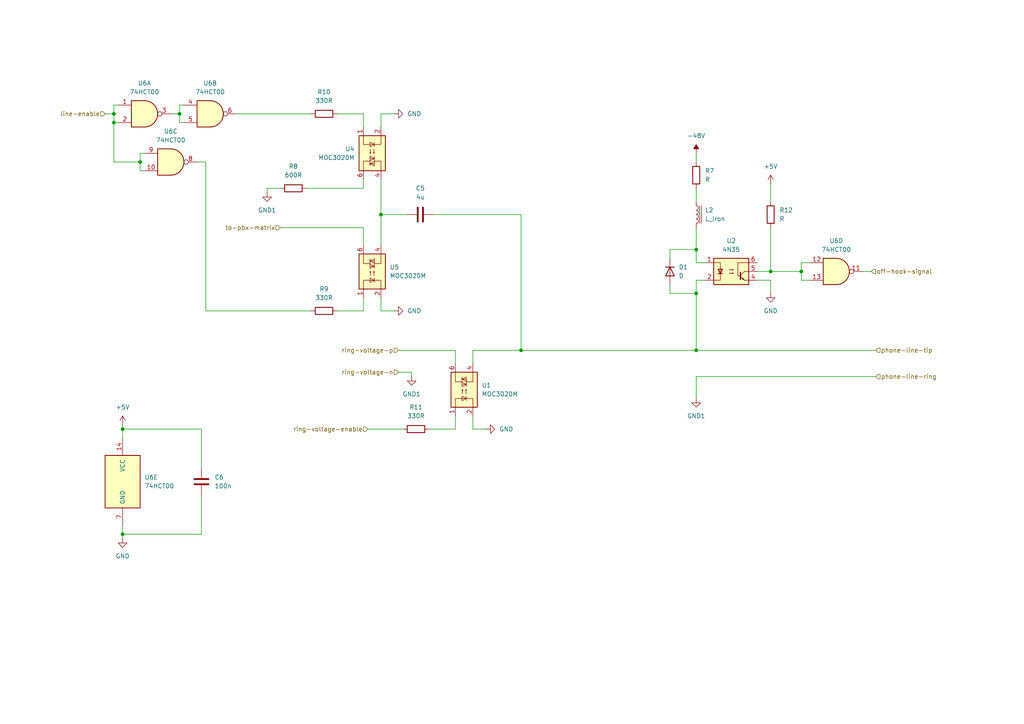
<source format=kicad_sch>
(kicad_sch (version 20231120) (generator "eeschema") (generator_version "8.0")
  (paper "A4")
  (title_block (date "2024-05-25") (company "Switchcraft AS") (comment 1 "Eirik Haustveit"))
  (lib_symbols
    (symbol "74xx:74HCT00" (pin_names (offset 1.016))
      (property "Reference" "U" (at 0 1.27 0))
      (property "Value" "74HCT00" (at 0 -1.27 0))
      (symbol "74HCT00_1_1"
        (arc (start 0 -3.81) (mid 3.7934 0) (end 0 3.81) (stroke (width 0.254)) (fill (type background)))
        (polyline (pts (xy 0 3.81) (xy -3.81 3.81) (xy -3.81 -3.81) (xy 0 -3.81)) (stroke (width 0.254)) (fill (type background)))
        (pin input line (at -7.62 2.54 0) (length 3.81) (name "~") (number "1"))
        (pin input line (at -7.62 -2.54 0) (length 3.81) (name "~") (number "2"))
        (pin output inverted (at 7.62 0 180) (length 3.81) (name "~") (number "3"))
      )
      (symbol "74HCT00_1_2"
        (arc (start -3.81 -3.81) (mid -2.589 0) (end -3.81 3.81) (stroke (width 0.254)))
        (arc (start -0.6096 -3.81) (mid 2.1842 -2.5851) (end 3.81 0) (stroke (width 0.254)) (fill (type background)))
        (polyline (pts (xy -3.81 -3.81) (xy -0.635 -3.81)) (stroke (width 0.254)) (fill (type background)))
        (polyline (pts (xy -3.81 3.81) (xy -0.635 3.81)) (stroke (width 0.254)) (fill (type background)))
        (polyline (pts (xy -0.635 3.81) (xy -3.81 3.81) (xy -3.81 3.81) (xy -3.556 3.4036) (xy -3.0226 2.2606) (xy -2.6924 1.0414) (xy -2.6162 -0.254) (xy -2.7686 -1.4986) (xy -3.175 -2.7178) (xy -3.81 -3.81) (xy -3.81 -3.81) (xy -0.635 -3.81)) (stroke (width -25.4)) (fill (type background)))
        (arc (start 3.81 0) (mid 2.1915 2.5936) (end -0.6096 3.81) (stroke (width 0.254)) (fill (type background)))
        (pin input inverted (at -7.62 2.54 0) (length 4.318) (name "~") (number "1"))
        (pin input inverted (at -7.62 -2.54 0) (length 4.318) (name "~") (number "2"))
        (pin output line (at 7.62 0 180) (length 3.81) (name "~") (number "3"))
      )
      (symbol "74HCT00_2_1"
        (arc (start 0 -3.81) (mid 3.7934 0) (end 0 3.81) (stroke (width 0.254)) (fill (type background)))
        (polyline (pts (xy 0 3.81) (xy -3.81 3.81) (xy -3.81 -3.81) (xy 0 -3.81)) (stroke (width 0.254)) (fill (type background)))
        (pin input line (at -7.62 2.54 0) (length 3.81) (name "~") (number "4"))
        (pin input line (at -7.62 -2.54 0) (length 3.81) (name "~") (number "5"))
        (pin output inverted (at 7.62 0 180) (length 3.81) (name "~") (number "6"))
      )
      (symbol "74HCT00_2_2"
        (arc (start -3.81 -3.81) (mid -2.589 0) (end -3.81 3.81) (stroke (width 0.254)))
        (arc (start -0.6096 -3.81) (mid 2.1842 -2.5851) (end 3.81 0) (stroke (width 0.254)) (fill (type background)))
        (polyline (pts (xy -3.81 -3.81) (xy -0.635 -3.81)) (stroke (width 0.254)) (fill (type background)))
        (polyline (pts (xy -3.81 3.81) (xy -0.635 3.81)) (stroke (width 0.254)) (fill (type background)))
        (polyline (pts (xy -0.635 3.81) (xy -3.81 3.81) (xy -3.81 3.81) (xy -3.556 3.4036) (xy -3.0226 2.2606) (xy -2.6924 1.0414) (xy -2.6162 -0.254) (xy -2.7686 -1.4986) (xy -3.175 -2.7178) (xy -3.81 -3.81) (xy -3.81 -3.81) (xy -0.635 -3.81)) (stroke (width -25.4)) (fill (type background)))
        (arc (start 3.81 0) (mid 2.1915 2.5936) (end -0.6096 3.81) (stroke (width 0.254)) (fill (type background)))
        (pin input inverted (at -7.62 2.54 0) (length 4.318) (name "~") (number "4"))
        (pin input inverted (at -7.62 -2.54 0) (length 4.318) (name "~") (number "5"))
        (pin output line (at 7.62 0 180) (length 3.81) (name "~") (number "6"))
      )
      (symbol "74HCT00_3_1"
        (arc (start 0 -3.81) (mid 3.7934 0) (end 0 3.81) (stroke (width 0.254)) (fill (type background)))
        (polyline (pts (xy 0 3.81) (xy -3.81 3.81) (xy -3.81 -3.81) (xy 0 -3.81)) (stroke (width 0.254)) (fill (type background)))
        (pin input line (at -7.62 -2.54 0) (length 3.81) (name "~") (number "10"))
        (pin output inverted (at 7.62 0 180) (length 3.81) (name "~") (number "8"))
        (pin input line (at -7.62 2.54 0) (length 3.81) (name "~") (number "9"))
      )
      (symbol "74HCT00_3_2"
        (arc (start -3.81 -3.81) (mid -2.589 0) (end -3.81 3.81) (stroke (width 0.254)))
        (arc (start -0.6096 -3.81) (mid 2.1842 -2.5851) (end 3.81 0) (stroke (width 0.254)) (fill (type background)))
        (polyline (pts (xy -3.81 -3.81) (xy -0.635 -3.81)) (stroke (width 0.254)) (fill (type background)))
        (polyline (pts (xy -3.81 3.81) (xy -0.635 3.81)) (stroke (width 0.254)) (fill (type background)))
        (polyline (pts (xy -0.635 3.81) (xy -3.81 3.81) (xy -3.81 3.81) (xy -3.556 3.4036) (xy -3.0226 2.2606) (xy -2.6924 1.0414) (xy -2.6162 -0.254) (xy -2.7686 -1.4986) (xy -3.175 -2.7178) (xy -3.81 -3.81) (xy -3.81 -3.81) (xy -0.635 -3.81)) (stroke (width -25.4)) (fill (type background)))
        (arc (start 3.81 0) (mid 2.1915 2.5936) (end -0.6096 3.81) (stroke (width 0.254)) (fill (type background)))
        (pin input inverted (at -7.62 -2.54 0) (length 4.318) (name "~") (number "10"))
        (pin output line (at 7.62 0 180) (length 3.81) (name "~") (number "8"))
        (pin input inverted (at -7.62 2.54 0) (length 4.318) (name "~") (number "9"))
      )
      (symbol "74HCT00_4_1"
        (arc (start 0 -3.81) (mid 3.7934 0) (end 0 3.81) (stroke (width 0.254)) (fill (type background)))
        (polyline (pts (xy 0 3.81) (xy -3.81 3.81) (xy -3.81 -3.81) (xy 0 -3.81)) (stroke (width 0.254)) (fill (type background)))
        (pin output inverted (at 7.62 0 180) (length 3.81) (name "~") (number "11"))
        (pin input line (at -7.62 2.54 0) (length 3.81) (name "~") (number "12"))
        (pin input line (at -7.62 -2.54 0) (length 3.81) (name "~") (number "13"))
      )
      (symbol "74HCT00_4_2"
        (arc (start -3.81 -3.81) (mid -2.589 0) (end -3.81 3.81) (stroke (width 0.254)))
        (arc (start -0.6096 -3.81) (mid 2.1842 -2.5851) (end 3.81 0) (stroke (width 0.254)) (fill (type background)))
        (polyline (pts (xy -3.81 -3.81) (xy -0.635 -3.81)) (stroke (width 0.254)) (fill (type background)))
        (polyline (pts (xy -3.81 3.81) (xy -0.635 3.81)) (stroke (width 0.254)) (fill (type background)))
        (polyline (pts (xy -0.635 3.81) (xy -3.81 3.81) (xy -3.81 3.81) (xy -3.556 3.4036) (xy -3.0226 2.2606) (xy -2.6924 1.0414) (xy -2.6162 -0.254) (xy -2.7686 -1.4986) (xy -3.175 -2.7178) (xy -3.81 -3.81) (xy -3.81 -3.81) (xy -0.635 -3.81)) (stroke (width -25.4)) (fill (type background)))
        (arc (start 3.81 0) (mid 2.1915 2.5936) (end -0.6096 3.81) (stroke (width 0.254)) (fill (type background)))
        (pin output line (at 7.62 0 180) (length 3.81) (name "~") (number "11"))
        (pin input inverted (at -7.62 2.54 0) (length 4.318) (name "~") (number "12"))
        (pin input inverted (at -7.62 -2.54 0) (length 4.318) (name "~") (number "13"))
      )
      (symbol "74HCT00_5_0"
        (pin power_in line (at 0 12.7 270) (length 5.08) (name "VCC") (number "14"))
        (pin power_in line (at 0 -12.7 90) (length 5.08) (name "GND") (number "7"))
      )
      (symbol "74HCT00_5_1"
        (rectangle (start -5.08 7.62) (end 5.08 -7.62) (stroke (width 0.254)) (fill (type background)))
      )
    )
    (symbol "Device:C" (pin_numbers hide) (pin_names (offset 0.254))
      (property "Reference" "C" (at 0.635 2.54 0))
      (property "Value" "C" (at 0.635 -2.54 0))
      (symbol "C_0_1"
        (polyline (pts (xy -2.032 -0.762) (xy 2.032 -0.762)) (stroke (width 0.508)))
        (polyline (pts (xy -2.032 0.762) (xy 2.032 0.762)) (stroke (width 0.508)))
      )
      (symbol "C_1_1"
        (pin passive line (at 0 3.81 270) (length 2.794) (name "~") (number "1"))
        (pin passive line (at 0 -3.81 90) (length 2.794) (name "~") (number "2"))
      )
    )
    (symbol "Device:D" (pin_numbers hide) (pin_names (offset 1.016) hide)
      (property "Reference" "D" (at 0 2.54 0))
      (property "Value" "D" (at 0 -2.54 0))
      (symbol "D_0_1"
        (polyline (pts (xy -1.27 1.27) (xy -1.27 -1.27)) (stroke (width 0.254)))
        (polyline (pts (xy 1.27 0) (xy -1.27 0)))
        (polyline (pts (xy 1.27 1.27) (xy 1.27 -1.27) (xy -1.27 0) (xy 1.27 1.27)) (stroke (width 0.254)))
      )
      (symbol "D_1_1"
        (pin passive line (at -3.81 0 0) (length 2.54) (name "K") (number "1"))
        (pin passive line (at 3.81 0 180) (length 2.54) (name "A") (number "2"))
      )
    )
    (symbol "Device:L_Iron" (pin_numbers hide) (pin_names (offset 1.016) hide)
      (property "Reference" "L" (at -1.27 0 90))
      (property "Value" "L_Iron" (at 2.794 0 90))
      (symbol "L_Iron_0_1"
        (arc (start 0 -2.54) (mid 0.6323 -1.905) (end 0 -1.27))
        (arc (start 0 -1.27) (mid 0.6323 -0.635) (end 0 0))
        (polyline (pts (xy 1.016 2.54) (xy 1.016 -2.54)))
        (polyline (pts (xy 1.524 -2.54) (xy 1.524 2.54)))
        (arc (start 0 0) (mid 0.6323 0.635) (end 0 1.27))
        (arc (start 0 1.27) (mid 0.6323 1.905) (end 0 2.54))
      )
      (symbol "L_Iron_1_1"
        (pin passive line (at 0 3.81 270) (length 1.27) (name "1") (number "1"))
        (pin passive line (at 0 -3.81 90) (length 1.27) (name "2") (number "2"))
      )
    )
    (symbol "Device:R" (pin_numbers hide) (pin_names (offset 0))
      (property "Reference" "R" (at 2.032 0 90))
      (property "Value" "R" (at 0 0 90))
      (symbol "R_0_1"
        (rectangle (start -1.016 -2.54) (end 1.016 2.54) (stroke (width 0.254)))
      )
      (symbol "R_1_1"
        (pin passive line (at 0 3.81 270) (length 1.27) (name "~") (number "1"))
        (pin passive line (at 0 -3.81 90) (length 1.27) (name "~") (number "2"))
      )
    )
    (symbol "Isolator:4N35" (pin_names (offset 1.016))
      (property "Reference" "U" (at -5.08 5.08 0))
      (property "Value" "4N35" (at 0 5.08 0))
      (symbol "4N35_0_1"
        (rectangle (start -5.08 3.81) (end 5.08 -3.81) (stroke (width 0.254)) (fill (type background)))
        (polyline (pts (xy -3.81 -0.635) (xy -2.54 -0.635)) (stroke (width 0.254)))
        (polyline (pts (xy 2.667 -1.397) (xy 3.81 -2.54)))
        (polyline (pts (xy 2.667 -1.143) (xy 3.81 0)))
        (polyline (pts (xy 3.81 -2.54) (xy 5.08 -2.54)))
        (polyline (pts (xy 3.81 0) (xy 5.08 0)))
        (polyline (pts (xy 2.667 -0.254) (xy 2.667 -2.286) (xy 2.667 -2.286)) (stroke (width 0.3556)))
        (polyline (pts (xy -5.08 -2.54) (xy -3.175 -2.54) (xy -3.175 2.54) (xy -5.08 2.54)))
        (polyline (pts (xy -3.175 -0.635) (xy -3.81 0.635) (xy -2.54 0.635) (xy -3.175 -0.635)) (stroke (width 0.254)))
        (polyline (pts (xy 3.683 -2.413) (xy 3.429 -1.905) (xy 3.175 -2.159) (xy 3.683 -2.413)))
        (polyline (pts (xy 5.08 2.54) (xy 1.905 2.54) (xy 1.905 -1.27) (xy 2.54 -1.27)))
        (polyline (pts (xy -0.635 -0.508) (xy 0.635 -0.508) (xy 0.254 -0.635) (xy 0.254 -0.381) (xy 0.635 -0.508)))
        (polyline (pts (xy -0.635 0.508) (xy 0.635 0.508) (xy 0.254 0.381) (xy 0.254 0.635) (xy 0.635 0.508)))
      )
      (symbol "4N35_1_1"
        (pin passive line (at -7.62 2.54 0) (length 2.54) (name "~") (number "1"))
        (pin passive line (at -7.62 -2.54 0) (length 2.54) (name "~") (number "2"))
        (pin no_connect line (at -5.08 0 0) (length 2.54) hide (name "NC") (number "3"))
        (pin passive line (at 7.62 -2.54 180) (length 2.54) (name "~") (number "4"))
        (pin passive line (at 7.62 0 180) (length 2.54) (name "~") (number "5"))
        (pin passive line (at 7.62 2.54 180) (length 2.54) (name "~") (number "6"))
      )
    )
    (symbol "Relay_SolidState:MOC3020M"
      (property "Reference" "U" (at -5.334 4.826 0))
      (property "Value" "MOC3020M" (at 0 5.08 0))
      (symbol "MOC3020M_0_1"
        (rectangle (start -5.08 3.81) (end 5.08 -3.81) (stroke (width 0.254)) (fill (type background)))
        (polyline (pts (xy -3.175 -0.635) (xy -1.905 -0.635)))
        (polyline (pts (xy 1.524 -0.635) (xy 1.524 0.635)))
        (polyline (pts (xy 3.048 0.635) (xy 3.048 -0.635)))
        (polyline (pts (xy 2.286 -0.635) (xy 2.286 -2.54) (xy 5.08 -2.54)))
        (polyline (pts (xy 2.286 0.635) (xy 2.286 2.54) (xy 5.08 2.54)))
        (polyline (pts (xy -5.08 2.54) (xy -2.54 2.54) (xy -2.54 -2.54) (xy -5.08 -2.54)))
        (polyline (pts (xy -2.54 -0.635) (xy -3.175 0.635) (xy -1.905 0.635) (xy -2.54 -0.635)))
        (polyline (pts (xy 0.889 -0.635) (xy 3.683 -0.635) (xy 3.048 0.635) (xy 2.413 -0.635)))
        (polyline (pts (xy 3.683 0.635) (xy 0.889 0.635) (xy 1.524 -0.635) (xy 2.159 0.635)))
        (polyline (pts (xy -1.143 -0.508) (xy 0.127 -0.508) (xy -0.254 -0.635) (xy -0.254 -0.381) (xy 0.127 -0.508)))
        (polyline (pts (xy -1.143 0.508) (xy 0.127 0.508) (xy -0.254 0.381) (xy -0.254 0.635) (xy 0.127 0.508)))
      )
      (symbol "MOC3020M_1_1"
        (pin passive line (at -7.62 2.54 0) (length 2.54) (name "~") (number "1"))
        (pin passive line (at -7.62 -2.54 0) (length 2.54) (name "~") (number "2"))
        (pin no_connect line (at -5.08 0 0) (length 2.54) hide (name "NC") (number "3"))
        (pin passive line (at 7.62 -2.54 180) (length 2.54) (name "~") (number "4"))
        (pin no_connect line (at 5.08 0 180) (length 2.54) hide (name "NC") (number "5"))
        (pin passive line (at 7.62 2.54 180) (length 2.54) (name "~") (number "6"))
      )
    )
    (symbol "power:+5V" (power) (pin_numbers hide) (pin_names (offset 0) hide)
      (property "Value" "+5V" (at 0 3.556 0))
      (symbol "+5V_0_1"
        (polyline (pts (xy -0.762 1.27) (xy 0 2.54)))
        (polyline (pts (xy 0 0) (xy 0 2.54)))
        (polyline (pts (xy 0 2.54) (xy 0.762 1.27)))
      )
      (symbol "+5V_1_1"
        (pin power_in line (at 0 0 90) (length 0) (name "~") (number "1"))
      )
    )
    (symbol "power:-48V" (power) (pin_numbers hide) (pin_names (offset 0) hide)
      (property "Value" "-48V" (at 0 3.556 0))
      (symbol "-48V_0_0"
        (pin power_in line (at 0 0 90) (length 0) (name "~") (number "1"))
      )
      (symbol "-48V_0_1"
        (polyline (pts (xy 0 0) (xy 0 1.27) (xy 0.762 1.27) (xy 0 2.54) (xy -0.762 1.27) (xy 0 1.27)) (fill (type outline)))
      )
    )
    (symbol "power:GND" (power) (pin_numbers hide) (pin_names (offset 0) hide)
      (property "Value" "GND" (at 0 -3.81 0))
      (symbol "GND_0_1"
        (polyline (pts (xy 0 0) (xy 0 -1.27) (xy 1.27 -1.27) (xy 0 -2.54) (xy -1.27 -1.27) (xy 0 -1.27)))
      )
      (symbol "GND_1_1"
        (pin power_in line (at 0 0 270) (length 0) (name "~") (number "1"))
      )
    )
    (symbol "power:GND1" (power) (pin_numbers hide) (pin_names (offset 0) hide)
      (property "Value" "GND1" (at 0 -3.81 0))
      (symbol "GND1_0_1"
        (polyline (pts (xy 0 0) (xy 0 -1.27) (xy 1.27 -1.27) (xy 0 -2.54) (xy -1.27 -1.27) (xy 0 -1.27)))
      )
      (symbol "GND1_1_1"
        (pin power_in line (at 0 0 270) (length 0) (name "~") (number "1"))
      )
    )
  )
  (junction (at 151.13 101.6))
  (junction (at 35.56 124.46))
  (junction (at 33.02 33.02))
  (junction (at 40.64 46.99))
  (junction (at 52.07 33.02))
  (junction (at 201.93 85.09))
  (junction (at 35.56 154.94))
  (junction (at 232.41 78.74))
  (junction (at 201.93 101.6))
  (junction (at 201.93 72.39))
  (junction (at 33.02 35.56))
  (junction (at 110.49 62.23))
  (junction (at 223.52 78.74))
  (wire (pts (xy 106.68 124.46) (xy 116.84 124.46)))
  (wire (pts (xy 34.29 35.56) (xy 33.02 35.56)))
  (wire (pts (xy 232.41 81.28) (xy 234.95 81.28)))
  (wire (pts (xy 110.49 90.17) (xy 114.3 90.17)))
  (wire (pts (xy 115.57 107.95) (xy 119.38 107.95)))
  (wire (pts (xy 110.49 33.02) (xy 114.3 33.02)))
  (wire (pts (xy 201.93 76.2) (xy 204.47 76.2)))
  (wire (pts (xy 115.57 101.6) (xy 132.08 101.6)))
  (wire (pts (xy 223.52 78.74) (xy 232.41 78.74)))
  (wire (pts (xy 97.79 90.17) (xy 105.41 90.17)))
  (wire (pts (xy 35.56 152.4) (xy 35.56 154.94)))
  (wire (pts (xy 201.93 54.61) (xy 201.93 58.42)))
  (wire (pts (xy 119.38 107.95) (xy 119.38 109.22)))
  (wire (pts (xy 58.42 135.89) (xy 58.42 124.46)))
  (wire (pts (xy 81.28 66.04) (xy 105.41 66.04)))
  (wire (pts (xy 132.08 101.6) (xy 132.08 105.41)))
  (wire (pts (xy 58.42 143.51) (xy 58.42 154.94)))
  (wire (pts (xy 105.41 66.04) (xy 105.41 71.12)))
  (wire (pts (xy 201.93 66.04) (xy 201.93 72.39)))
  (wire (pts (xy 234.95 76.2) (xy 232.41 76.2)))
  (wire (pts (xy 41.91 44.45) (xy 40.64 44.45)))
  (wire (pts (xy 151.13 101.6) (xy 201.93 101.6)))
  (wire (pts (xy 219.71 81.28) (xy 223.52 81.28)))
  (wire (pts (xy 97.79 33.02) (xy 105.41 33.02)))
  (wire (pts (xy 110.49 62.23) (xy 118.11 62.23)))
  (wire (pts (xy 232.41 76.2) (xy 232.41 78.74)))
  (wire (pts (xy 151.13 62.23) (xy 151.13 101.6)))
  (wire (pts (xy 137.16 105.41) (xy 137.16 101.6)))
  (wire (pts (xy 110.49 71.12) (xy 110.49 62.23)))
  (wire (pts (xy 77.47 54.61) (xy 81.28 54.61)))
  (wire (pts (xy 77.47 55.88) (xy 77.47 54.61)))
  (wire (pts (xy 194.31 85.09) (xy 201.93 85.09)))
  (wire (pts (xy 58.42 124.46) (xy 35.56 124.46)))
  (wire (pts (xy 194.31 74.93) (xy 194.31 72.39)))
  (wire (pts (xy 137.16 124.46) (xy 140.97 124.46)))
  (wire (pts (xy 40.64 49.53) (xy 41.91 49.53)))
  (wire (pts (xy 110.49 52.07) (xy 110.49 62.23)))
  (wire (pts (xy 125.73 62.23) (xy 151.13 62.23)))
  (wire (pts (xy 59.69 46.99) (xy 57.15 46.99)))
  (wire (pts (xy 33.02 30.48) (xy 34.29 30.48)))
  (wire (pts (xy 132.08 124.46) (xy 124.46 124.46)))
  (wire (pts (xy 52.07 35.56) (xy 53.34 35.56)))
  (wire (pts (xy 35.56 154.94) (xy 58.42 154.94)))
  (wire (pts (xy 194.31 72.39) (xy 201.93 72.39)))
  (wire (pts (xy 137.16 120.65) (xy 137.16 124.46)))
  (wire (pts (xy 49.53 33.02) (xy 52.07 33.02)))
  (wire (pts (xy 35.56 154.94) (xy 35.56 156.21)))
  (wire (pts (xy 59.69 90.17) (xy 59.69 46.99)))
  (wire (pts (xy 254 101.6) (xy 201.93 101.6)))
  (wire (pts (xy 201.93 44.45) (xy 201.93 46.99)))
  (wire (pts (xy 201.93 81.28) (xy 204.47 81.28)))
  (wire (pts (xy 250.19 78.74) (xy 252.73 78.74)))
  (wire (pts (xy 232.41 78.74) (xy 232.41 81.28)))
  (wire (pts (xy 201.93 101.6) (xy 201.93 85.09)))
  (wire (pts (xy 201.93 85.09) (xy 201.93 81.28)))
  (wire (pts (xy 33.02 46.99) (xy 33.02 35.56)))
  (wire (pts (xy 105.41 90.17) (xy 105.41 86.36)))
  (wire (pts (xy 40.64 46.99) (xy 33.02 46.99)))
  (wire (pts (xy 201.93 72.39) (xy 201.93 76.2)))
  (wire (pts (xy 68.58 33.02) (xy 90.17 33.02)))
  (wire (pts (xy 90.17 90.17) (xy 59.69 90.17)))
  (wire (pts (xy 35.56 123.19) (xy 35.56 124.46)))
  (wire (pts (xy 105.41 52.07) (xy 105.41 54.61)))
  (wire (pts (xy 132.08 120.65) (xy 132.08 124.46)))
  (wire (pts (xy 33.02 33.02) (xy 33.02 30.48)))
  (wire (pts (xy 137.16 101.6) (xy 151.13 101.6)))
  (wire (pts (xy 201.93 109.22) (xy 201.93 115.57)))
  (wire (pts (xy 110.49 36.83) (xy 110.49 33.02)))
  (wire (pts (xy 110.49 86.36) (xy 110.49 90.17)))
  (wire (pts (xy 52.07 30.48) (xy 52.07 33.02)))
  (wire (pts (xy 53.34 30.48) (xy 52.07 30.48)))
  (wire (pts (xy 223.52 81.28) (xy 223.52 85.09)))
  (wire (pts (xy 219.71 78.74) (xy 223.52 78.74)))
  (wire (pts (xy 254 109.22) (xy 201.93 109.22)))
  (wire (pts (xy 40.64 46.99) (xy 40.64 49.53)))
  (wire (pts (xy 223.52 78.74) (xy 223.52 66.04)))
  (wire (pts (xy 33.02 35.56) (xy 33.02 33.02)))
  (wire (pts (xy 52.07 33.02) (xy 52.07 35.56)))
  (wire (pts (xy 223.52 53.34) (xy 223.52 58.42)))
  (wire (pts (xy 30.48 33.02) (xy 33.02 33.02)))
  (wire (pts (xy 88.9 54.61) (xy 105.41 54.61)))
  (wire (pts (xy 105.41 33.02) (xy 105.41 36.83)))
  (wire (pts (xy 35.56 124.46) (xy 35.56 127)))
  (wire (pts (xy 194.31 82.55) (xy 194.31 85.09)))
  (wire (pts (xy 40.64 44.45) (xy 40.64 46.99)))
  (hierarchical_label "phone-line-tip" (shape input) (at 254 101.6 0))
  (hierarchical_label "off-hook-signal" (shape input) (at 252.73 78.74 0))
  (hierarchical_label "phone-line-ring" (shape input) (at 254 109.22 0))
  (hierarchical_label "ring-voltage-p" (shape input) (at 115.57 101.6 180))
  (hierarchical_label "ring-voltage-enable" (shape input) (at 106.68 124.46 180))
  (hierarchical_label "line-enable" (shape input) (at 30.48 33.02 180))
  (hierarchical_label "to-pbx-matrix" (shape input) (at 81.28 66.04 180))
  (hierarchical_label "ring-voltage-n" (shape input) (at 115.57 107.95 180))
  (symbol (lib_id "power:GND1") (at 77.47 55.88 0) (unit 1)
    (property "Reference" "#PWR021" (effects (hide yes)))
    (property "Value" "GND1" (at 77.47 60.96 0))
    (property "Description" "Power symbol creates a global label with name \"GND1\" , ground" (effects (hide yes)))
  )
  (symbol (lib_id "power:GND") (at 223.52 85.09 0) (unit 1)
    (property "Reference" "#PWR026" (effects (hide yes)))
    (property "Value" "GND" (at 223.52 90.17 0))
    (property "Description" "Power symbol creates a global label with name \"GND\" , ground" (effects (hide yes)))
  )
  (symbol (lib_id "Relay_SolidState:MOC3020M") (at 134.62 113.03 90) (unit 1)
    (property "Reference" "U1" (at 139.7 111.7599 90) (effects (justify right)))
    (property "Value" "MOC3020M" (at 139.7 114.2999 90) (effects (justify right)))
    (property "Datasheet" "https://www.onsemi.com/pub/Collateral/MOC3023M-D.PDF" (effects (hide yes)))
    (property "Description" "Random Phase Opto-Triac, Vdrm 400V, Ift 30mA, DIP6" (effects (hide yes)))
  )
  (symbol (lib_id "Device:C") (at 58.42 139.7 0) (unit 1)
    (property "Reference" "C6" (at 62.23 138.4299 0) (effects (justify left)))
    (property "Value" "100n" (at 62.23 140.9699 0) (effects (justify left)))
    (property "Description" "Unpolarized capacitor" (effects (hide yes)))
  )
  (symbol (lib_id "74xx:74HCT00") (at 35.56 139.7 0) (unit 5)
    (property "Reference" "U6" (at 41.91 138.4299 0) (effects (justify left)))
    (property "Value" "74HCT00" (at 41.91 140.9699 0) (effects (justify left)))
    (property "Datasheet" "http://www.ti.com/lit/gpn/sn74hct00" (effects (hide yes)))
    (property "Description" "quad 2-input NAND gate" (effects (hide yes)))
  )
  (symbol (lib_id "power:+5V") (at 35.56 123.19 0) (unit 1)
    (property "Reference" "#PWR027" (effects (hide yes)))
    (property "Value" "+5V" (at 35.56 118.11 0))
    (property "Description" "Power symbol creates a global label with name \"+5V\"" (effects (hide yes)))
  )
  (symbol (lib_id "Device:R") (at 85.09 54.61 90) (unit 1)
    (property "Reference" "R8" (at 85.09 48.26 90))
    (property "Value" "600R" (at 85.09 50.8 90))
    (property "Description" "Resistor" (effects (hide yes)))
  )
  (symbol (lib_id "Device:D") (at 194.31 78.74 270) (unit 1)
    (property "Reference" "D1" (at 196.85 77.4699 90) (effects (justify left)))
    (property "Value" "D" (at 196.85 80.0099 90) (effects (justify left)))
    (property "Description" "Diode" (effects (hide yes)))
    (property "Sim.Device" "D" (effects (hide yes)))
    (property "Sim.Pins" "1=K 2=A" (effects (hide yes)))
  )
  (symbol (lib_id "Isolator:4N35") (at 212.09 78.74 0) (unit 1)
    (property "Reference" "U2" (at 212.09 69.85 0))
    (property "Value" "4N35" (at 212.09 72.39 0))
    (property "Footprint" "Package_DIP:DIP-6_W7.62mm" (effects (hide yes)))
    (property "Datasheet" "https://www.vishay.com/docs/81181/4n35.pdf" (effects (hide yes)))
    (property "Description" "Optocoupler, Phototransistor Output, with Base Connection, Vce 70V, CTR 100%, Viso 5000V, DIP6" (effects (hide yes)))
  )
  (symbol (lib_id "power:GND") (at 140.97 124.46 90) (unit 1)
    (property "Reference" "#PWR025" (effects (hide yes)))
    (property "Value" "GND" (at 144.78 124.4599 90) (effects (justify right)))
    (property "Description" "Power symbol creates a global label with name \"GND\" , ground" (effects (hide yes)))
  )
  (symbol (lib_id "Device:C") (at 121.92 62.23 90) (unit 1)
    (property "Reference" "C5" (at 121.92 54.61 90))
    (property "Value" "4u" (at 121.92 57.15 90))
    (property "Description" "Unpolarized capacitor" (effects (hide yes)))
  )
  (symbol (lib_id "Relay_SolidState:MOC3020M") (at 107.95 78.74 90) (unit 1)
    (property "Reference" "U5" (at 113.03 77.4699 90) (effects (justify right)))
    (property "Value" "MOC3020M" (at 113.03 80.0099 90) (effects (justify right)))
    (property "Datasheet" "https://www.onsemi.com/pub/Collateral/MOC3023M-D.PDF" (effects (hide yes)))
    (property "Description" "Random Phase Opto-Triac, Vdrm 400V, Ift 30mA, DIP6" (effects (hide yes)))
  )
  (symbol (lib_id "power:GND1") (at 201.93 115.57 0) (unit 1)
    (property "Reference" "#PWR020" (effects (hide yes)))
    (property "Value" "GND1" (at 201.93 120.65 0))
    (property "Description" "Power symbol creates a global label with name \"GND1\" , ground" (effects (hide yes)))
  )
  (symbol (lib_id "Relay_SolidState:MOC3020M") (at 107.95 44.45 90) (mirror x) (unit 1)
    (property "Reference" "U4" (at 102.87 43.1799 90) (effects (justify left)))
    (property "Value" "MOC3020M" (at 102.87 45.7199 90) (effects (justify left)))
    (property "Datasheet" "https://www.onsemi.com/pub/Collateral/MOC3023M-D.PDF" (effects (hide yes)))
    (property "Description" "Random Phase Opto-Triac, Vdrm 400V, Ift 30mA, DIP6" (effects (hide yes)))
  )
  (symbol (lib_id "power:GND") (at 114.3 33.02 90) (unit 1)
    (property "Reference" "#PWR022" (effects (hide yes)))
    (property "Value" "GND" (at 118.11 33.0199 90) (effects (justify right)))
    (property "Description" "Power symbol creates a global label with name \"GND\" , ground" (effects (hide yes)))
  )
  (symbol (lib_id "power:GND") (at 35.56 156.21 0) (unit 1)
    (property "Reference" "#PWR029" (effects (hide yes)))
    (property "Value" "GND" (at 35.56 161.29 0))
    (property "Description" "Power symbol creates a global label with name \"GND\" , ground" (effects (hide yes)))
  )
  (symbol (lib_id "Device:R") (at 93.98 33.02 90) (unit 1)
    (property "Reference" "R10" (at 93.98 26.67 90))
    (property "Value" "330R" (at 93.98 29.21 90))
    (property "Description" "Resistor" (effects (hide yes)))
  )
  (symbol (lib_id "Device:L_Iron") (at 201.93 62.23 0) (unit 1)
    (property "Reference" "L2" (at 204.47 60.9599 0) (effects (justify left)))
    (property "Value" "L_Iron" (at 204.47 63.4999 0) (effects (justify left)))
    (property "Description" "Inductor with iron core" (effects (hide yes)))
  )
  (symbol (lib_id "power:GND") (at 114.3 90.17 90) (unit 1)
    (property "Reference" "#PWR023" (effects (hide yes)))
    (property "Value" "GND" (at 118.11 90.1699 90) (effects (justify right)))
    (property "Description" "Power symbol creates a global label with name \"GND\" , ground" (effects (hide yes)))
  )
  (symbol (lib_id "74xx:74HCT00") (at 60.96 33.02 0) (unit 2)
    (property "Reference" "U6" (at 60.9517 24.13 0))
    (property "Value" "74HCT00" (at 60.9517 26.67 0))
    (property "Datasheet" "http://www.ti.com/lit/gpn/sn74hct00" (effects (hide yes)))
    (property "Description" "quad 2-input NAND gate" (effects (hide yes)))
  )
  (symbol (lib_id "Device:R") (at 120.65 124.46 90) (unit 1)
    (property "Reference" "R11" (at 120.65 118.11 90))
    (property "Value" "330R" (at 120.65 120.65 90))
    (property "Description" "Resistor" (effects (hide yes)))
  )
  (symbol (lib_id "74xx:74HCT00") (at 49.53 46.99 0) (unit 3)
    (property "Reference" "U6" (at 49.5217 38.1 0))
    (property "Value" "74HCT00" (at 49.5217 40.64 0))
    (property "Datasheet" "http://www.ti.com/lit/gpn/sn74hct00" (effects (hide yes)))
    (property "Description" "quad 2-input NAND gate" (effects (hide yes)))
  )
  (symbol (lib_id "power:GND1") (at 119.38 109.22 0) (unit 1)
    (property "Reference" "#PWR024" (effects (hide yes)))
    (property "Value" "GND1" (at 119.38 114.3 0))
    (property "Description" "Power symbol creates a global label with name \"GND1\" , ground" (effects (hide yes)))
  )
  (symbol (lib_id "Device:R") (at 223.52 62.23 0) (unit 1)
    (property "Reference" "R12" (at 226.06 60.9599 0) (effects (justify left)))
    (property "Value" "R" (at 226.06 63.4999 0) (effects (justify left)))
    (property "Description" "Resistor" (effects (hide yes)))
  )
  (symbol (lib_id "74xx:74HCT00") (at 242.57 78.74 0) (unit 4)
    (property "Reference" "U6" (at 242.5617 69.85 0))
    (property "Value" "74HCT00" (at 242.5617 72.39 0))
    (property "Datasheet" "http://www.ti.com/lit/gpn/sn74hct00" (effects (hide yes)))
    (property "Description" "quad 2-input NAND gate" (effects (hide yes)))
  )
  (symbol (lib_id "power:-48V") (at 201.93 44.45 0) (unit 1)
    (property "Reference" "#PWR019" (effects (hide yes)))
    (property "Value" "-48V" (at 201.93 39.37 0))
    (property "Description" "Power symbol creates a global label with name \"-48V\"" (effects (hide yes)))
  )
  (symbol (lib_id "Device:R") (at 201.93 50.8 0) (unit 1)
    (property "Reference" "R7" (at 204.47 49.5299 0) (effects (justify left)))
    (property "Value" "R" (at 204.47 52.0699 0) (effects (justify left)))
    (property "Description" "Resistor" (effects (hide yes)))
  )
  (symbol (lib_id "Device:R") (at 93.98 90.17 90) (unit 1)
    (property "Reference" "R9" (at 93.98 83.82 90))
    (property "Value" "330R" (at 93.98 86.36 90))
    (property "Description" "Resistor" (effects (hide yes)))
  )
  (symbol (lib_id "74xx:74HCT00") (at 41.91 33.02 0) (unit 1)
    (property "Reference" "U6" (at 41.9017 24.13 0))
    (property "Value" "74HCT00" (at 41.9017 26.67 0))
    (property "Datasheet" "http://www.ti.com/lit/gpn/sn74hct00" (effects (hide yes)))
    (property "Description" "quad 2-input NAND gate" (effects (hide yes)))
  )
  (symbol (lib_id "power:+5V") (at 223.52 53.34 0) (unit 1)
    (property "Reference" "#PWR028" (effects (hide yes)))
    (property "Value" "+5V" (at 223.52 48.26 0))
    (property "Description" "Power symbol creates a global label with name \"+5V\"" (effects (hide yes)))
  )
)
</source>
